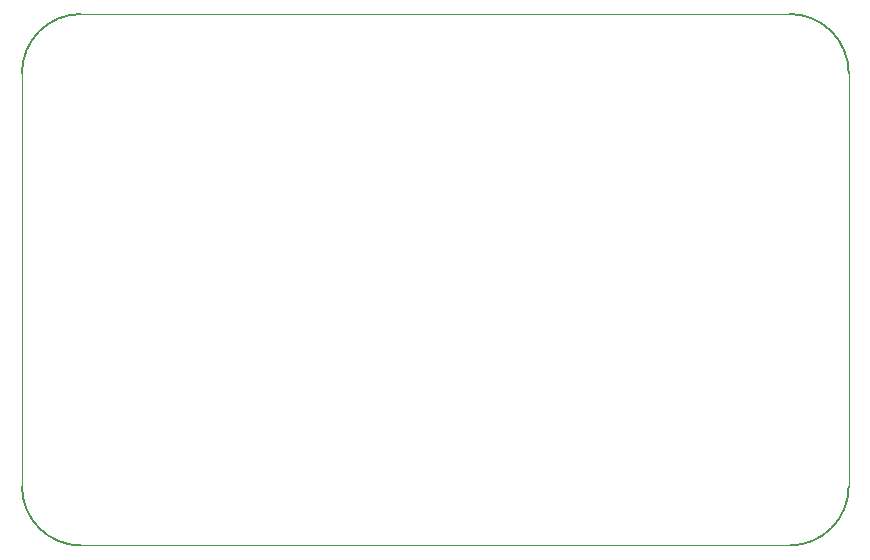
<source format=gbr>
G04 #@! TF.GenerationSoftware,KiCad,Pcbnew,(6.0.5)*
G04 #@! TF.CreationDate,2023-02-17T12:54:08-08:00*
G04 #@! TF.ProjectId,PCM1863,50434d31-3836-4332-9e6b-696361645f70,rev?*
G04 #@! TF.SameCoordinates,Original*
G04 #@! TF.FileFunction,Profile,NP*
%FSLAX46Y46*%
G04 Gerber Fmt 4.6, Leading zero omitted, Abs format (unit mm)*
G04 Created by KiCad (PCBNEW (6.0.5)) date 2023-02-17 12:54:08*
%MOMM*%
%LPD*%
G01*
G04 APERTURE LIST*
G04 #@! TA.AperFunction,Profile*
%ADD10C,0.100000*%
G04 #@! TD*
G04 #@! TA.AperFunction,Profile*
%ADD11C,0.200000*%
G04 #@! TD*
G04 APERTURE END LIST*
D10*
X180000000Y-115000000D02*
X120000000Y-115000000D01*
X185000000Y-155000000D02*
X185000000Y-120000000D01*
D11*
X185000000Y-120000000D02*
G75*
G03*
X180000000Y-115000000I-5000000J0D01*
G01*
D10*
X180000000Y-160000000D02*
X120000000Y-160000000D01*
D11*
X115000000Y-155000000D02*
G75*
G03*
X120000000Y-160000000I5000000J0D01*
G01*
X180000000Y-160000000D02*
G75*
G03*
X185000000Y-155000000I0J5000000D01*
G01*
D10*
X115000000Y-120000000D02*
X115000000Y-155000000D01*
D11*
X120000000Y-115000000D02*
G75*
G03*
X115000000Y-120000000I0J-5000000D01*
G01*
M02*

</source>
